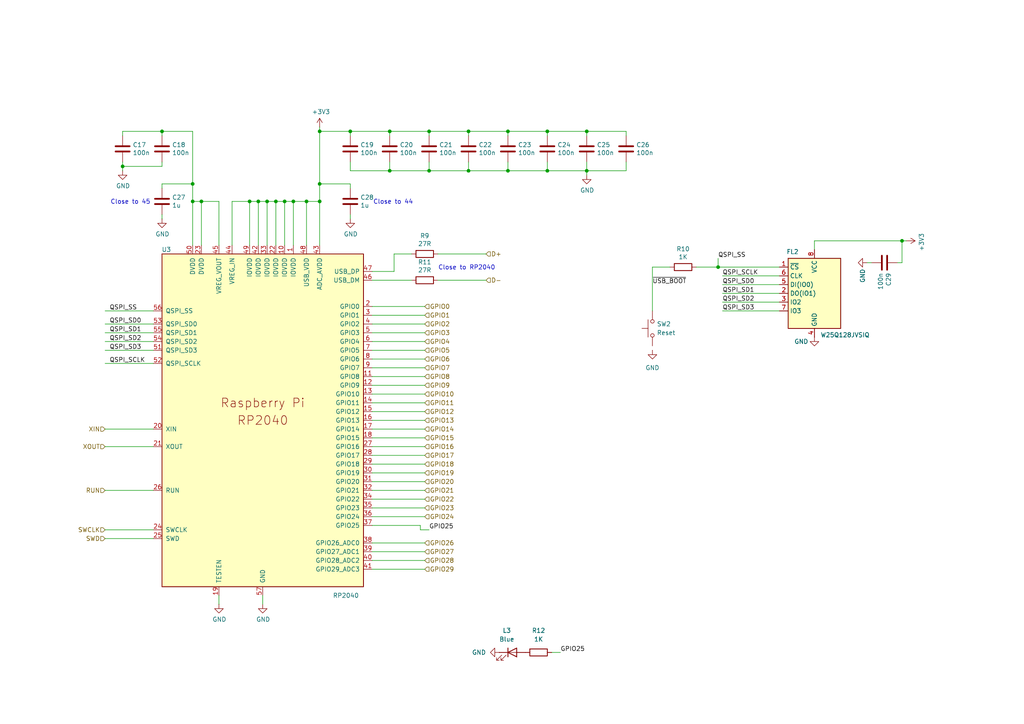
<source format=kicad_sch>
(kicad_sch (version 20231120) (generator "eeschema") (generator_version "8.0")
  (paper "A4")
  (title_block (title "FRANK M1") (date "2025-02-03") (rev "1.0") (company "Mikhail Matveev") (comment 1 "https://github.com/xtremespb/frank"))
  (lib_symbols
    (symbol "+3V3_1" (power) (pin_numbers hide) (pin_names (offset 0) hide)
      (property "Value" "+3V3" (at 0 3.556 0))
      (symbol "+3V3_1_0_1"
        (polyline (pts (xy -0.762 1.27) (xy 0 2.54)))
        (polyline (pts (xy 0 0) (xy 0 2.54)))
        (polyline (pts (xy 0 2.54) (xy 0.762 1.27)))
      )
      (symbol "+3V3_1_1_1"
        (pin power_in line (at 0 0 90) (length 0) (name "~") (number "1"))
      )
    )
    (symbol "Device:C" (pin_numbers hide) (pin_names (offset 0.254))
      (property "Reference" "C" (at 0.635 2.54 0))
      (property "Value" "C" (at 0.635 -2.54 0))
      (symbol "C_0_1"
        (polyline (pts (xy -2.032 -0.762) (xy 2.032 -0.762)) (stroke (width 0.508)))
        (polyline (pts (xy -2.032 0.762) (xy 2.032 0.762)) (stroke (width 0.508)))
      )
      (symbol "C_1_1"
        (pin passive line (at 0 3.81 270) (length 2.794) (name "~") (number "1"))
        (pin passive line (at 0 -3.81 90) (length 2.794) (name "~") (number "2"))
      )
    )
    (symbol "Device:LED" (pin_numbers hide) (pin_names (offset 1.016) hide)
      (property "Reference" "D" (at 0 2.54 0))
      (property "Value" "LED" (at 0 -2.54 0))
      (symbol "LED_0_1"
        (polyline (pts (xy -1.27 -1.27) (xy -1.27 1.27)) (stroke (width 0.254)))
        (polyline (pts (xy -1.27 0) (xy 1.27 0)))
        (polyline (pts (xy 1.27 -1.27) (xy 1.27 1.27) (xy -1.27 0) (xy 1.27 -1.27)) (stroke (width 0.254)))
        (polyline (pts (xy -3.048 -0.762) (xy -4.572 -2.286) (xy -3.81 -2.286) (xy -4.572 -2.286) (xy -4.572 -1.524)))
        (polyline (pts (xy -1.778 -0.762) (xy -3.302 -2.286) (xy -2.54 -2.286) (xy -3.302 -2.286) (xy -3.302 -1.524)))
      )
      (symbol "LED_1_1"
        (pin passive line (at -3.81 0 0) (length 2.54) (name "K") (number "1"))
        (pin passive line (at 3.81 0 180) (length 2.54) (name "A") (number "2"))
      )
    )
    (symbol "Device:R" (pin_numbers hide) (pin_names (offset 0))
      (property "Reference" "R" (at 2.032 0 90))
      (property "Value" "R" (at 0 0 90))
      (symbol "R_0_1"
        (rectangle (start -1.016 -2.54) (end 1.016 2.54) (stroke (width 0.254)))
      )
      (symbol "R_1_1"
        (pin passive line (at 0 3.81 270) (length 1.27) (name "~") (number "1"))
        (pin passive line (at 0 -3.81 90) (length 1.27) (name "~") (number "2"))
      )
    )
    (symbol "FRANK:Flash_W25Q128JVS"
      (property "Reference" "FL1" (at -6.35 12.065 0))
      (property "Value" "W25Q128JVSIQ" (at 8.89 -12.065 0))
      (symbol "Flash_W25Q128JVS_0_1"
        (rectangle (start -7.62 10.16) (end 7.62 -10.16) (stroke (width 0.254)) (fill (type background)))
      )
      (symbol "Flash_W25Q128JVS_1_1"
        (pin input line (at -10.16 7.62 0) (length 2.54) (name "~{CS}") (number "1"))
        (pin bidirectional line (at -10.16 0 0) (length 2.54) (name "DO(IO1)") (number "2"))
        (pin bidirectional line (at -10.16 -2.54 0) (length 2.54) (name "IO2") (number "3"))
        (pin power_in line (at 0 -12.7 90) (length 2.54) (name "GND") (number "4"))
        (pin bidirectional line (at -10.16 2.54 0) (length 2.54) (name "DI(IO0)") (number "5"))
        (pin input line (at -10.16 5.08 0) (length 2.54) (name "CLK") (number "6"))
        (pin bidirectional line (at -10.16 -5.08 0) (length 2.54) (name "IO3") (number "7"))
        (pin power_in line (at 0 12.7 270) (length 2.54) (name "VCC") (number "8"))
      )
    )
    (symbol "FRANK:RP2040" (pin_names (offset 1.016))
      (property "Reference" "RP1" (at -27.94 49.53 0))
      (property "Value" "RP2040" (at 24.13 -50.8 0))
      (symbol "RP2040_0_0"
        (text "Raspberry Pi" (at 0 5.08 0) (effects (font (size 2.54 2.54))))
        (text "RP2040" (at 0 0 0) (effects (font (size 2.54 2.54))))
      )
      (symbol "RP2040_0_1"
        (rectangle (start 29.21 48.26) (end -29.21 -48.26) (stroke (width 0.254)) (fill (type background)))
      )
      (symbol "RP2040_1_1"
        (pin power_in line (at 8.89 50.8 270) (length 2.54) (name "IOVDD") (number "1"))
        (pin power_in line (at 6.35 50.8 270) (length 2.54) (name "IOVDD") (number "10"))
        (pin bidirectional line (at 31.75 12.7 180) (length 2.54) (name "GPIO8") (number "11"))
        (pin bidirectional line (at 31.75 10.16 180) (length 2.54) (name "GPIO9") (number "12"))
        (pin bidirectional line (at 31.75 7.62 180) (length 2.54) (name "GPIO10") (number "13"))
        (pin bidirectional line (at 31.75 5.08 180) (length 2.54) (name "GPIO11") (number "14"))
        (pin bidirectional line (at 31.75 2.54 180) (length 2.54) (name "GPIO12") (number "15"))
        (pin bidirectional line (at 31.75 0 180) (length 2.54) (name "GPIO13") (number "16"))
        (pin bidirectional line (at 31.75 -2.54 180) (length 2.54) (name "GPIO14") (number "17"))
        (pin bidirectional line (at 31.75 -5.08 180) (length 2.54) (name "GPIO15") (number "18"))
        (pin passive line (at -12.7 -50.8 90) (length 2.54) (name "TESTEN") (number "19"))
        (pin bidirectional line (at 31.75 33.02 180) (length 2.54) (name "GPIO0") (number "2"))
        (pin input line (at -31.75 -2.54 0) (length 2.54) (name "XIN") (number "20"))
        (pin passive line (at -31.75 -7.62 0) (length 2.54) (name "XOUT") (number "21"))
        (pin power_in line (at 3.81 50.8 270) (length 2.54) (name "IOVDD") (number "22"))
        (pin power_in line (at -17.78 50.8 270) (length 2.54) (name "DVDD") (number "23"))
        (pin output line (at -31.75 -31.75 0) (length 2.54) (name "SWCLK") (number "24"))
        (pin bidirectional line (at -31.75 -34.29 0) (length 2.54) (name "SWD") (number "25"))
        (pin input line (at -31.75 -20.32 0) (length 2.54) (name "RUN") (number "26"))
        (pin bidirectional line (at 31.75 -7.62 180) (length 2.54) (name "GPIO16") (number "27"))
        (pin bidirectional line (at 31.75 -10.16 180) (length 2.54) (name "GPIO17") (number "28"))
        (pin bidirectional line (at 31.75 -12.7 180) (length 2.54) (name "GPIO18") (number "29"))
        (pin bidirectional line (at 31.75 30.48 180) (length 2.54) (name "GPIO1") (number "3"))
        (pin bidirectional line (at 31.75 -15.24 180) (length 2.54) (name "GPIO19") (number "30"))
        (pin bidirectional line (at 31.75 -17.78 180) (length 2.54) (name "GPIO20") (number "31"))
        (pin bidirectional line (at 31.75 -20.32 180) (length 2.54) (name "GPIO21") (number "32"))
        (pin power_in line (at 1.27 50.8 270) (length 2.54) (name "IOVDD") (number "33"))
        (pin bidirectional line (at 31.75 -22.86 180) (length 2.54) (name "GPIO22") (number "34"))
        (pin bidirectional line (at 31.75 -25.4 180) (length 2.54) (name "GPIO23") (number "35"))
        (pin bidirectional line (at 31.75 -27.94 180) (length 2.54) (name "GPIO24") (number "36"))
        (pin bidirectional line (at 31.75 -30.48 180) (length 2.54) (name "GPIO25") (number "37"))
        (pin bidirectional line (at 31.75 -35.56 180) (length 2.54) (name "GPIO26_ADC0") (number "38"))
        (pin bidirectional line (at 31.75 -38.1 180) (length 2.54) (name "GPIO27_ADC1") (number "39"))
        (pin bidirectional line (at 31.75 27.94 180) (length 2.54) (name "GPIO2") (number "4"))
        (pin bidirectional line (at 31.75 -40.64 180) (length 2.54) (name "GPIO28_ADC2") (number "40"))
        (pin bidirectional line (at 31.75 -43.18 180) (length 2.54) (name "GPIO29_ADC3") (number "41"))
        (pin power_in line (at -1.27 50.8 270) (length 2.54) (name "IOVDD") (number "42"))
        (pin power_in line (at 16.51 50.8 270) (length 2.54) (name "ADC_AVDD") (number "43"))
        (pin power_in line (at -8.89 50.8 270) (length 2.54) (name "VREG_IN") (number "44"))
        (pin power_out line (at -12.7 50.8 270) (length 2.54) (name "VREG_VOUT") (number "45"))
        (pin bidirectional line (at 31.75 40.64 180) (length 2.54) (name "USB_DM") (number "46"))
        (pin bidirectional line (at 31.75 43.18 180) (length 2.54) (name "USB_DP") (number "47"))
        (pin power_in line (at 12.7 50.8 270) (length 2.54) (name "USB_VDD") (number "48"))
        (pin power_in line (at -3.81 50.8 270) (length 2.54) (name "IOVDD") (number "49"))
        (pin bidirectional line (at 31.75 25.4 180) (length 2.54) (name "GPIO3") (number "5"))
        (pin power_in line (at -20.32 50.8 270) (length 2.54) (name "DVDD") (number "50"))
        (pin bidirectional line (at -31.75 20.32 0) (length 2.54) (name "QSPI_SD3") (number "51"))
        (pin output line (at -31.75 16.51 0) (length 2.54) (name "QSPI_SCLK") (number "52"))
        (pin bidirectional line (at -31.75 27.94 0) (length 2.54) (name "QSPI_SD0") (number "53"))
        (pin bidirectional line (at -31.75 22.86 0) (length 2.54) (name "QSPI_SD2") (number "54"))
        (pin bidirectional line (at -31.75 25.4 0) (length 2.54) (name "QSPI_SD1") (number "55"))
        (pin bidirectional line (at -31.75 31.75 0) (length 2.54) (name "QSPI_SS") (number "56"))
        (pin power_in line (at 0 -50.8 90) (length 2.54) (name "GND") (number "57"))
        (pin bidirectional line (at 31.75 22.86 180) (length 2.54) (name "GPIO4") (number "6"))
        (pin bidirectional line (at 31.75 20.32 180) (length 2.54) (name "GPIO5") (number "7"))
        (pin bidirectional line (at 31.75 17.78 180) (length 2.54) (name "GPIO6") (number "8"))
        (pin bidirectional line (at 31.75 15.24 180) (length 2.54) (name "GPIO7") (number "9"))
      )
    )
    (symbol "GND_10" (power) (pin_numbers hide) (pin_names (offset 0) hide)
      (property "Value" "GND" (at 0 -3.81 0))
      (symbol "GND_10_0_1"
        (polyline (pts (xy 0 0) (xy 0 -1.27) (xy 1.27 -1.27) (xy 0 -2.54) (xy -1.27 -1.27) (xy 0 -1.27)))
      )
      (symbol "GND_10_1_1"
        (pin power_in line (at 0 0 270) (length 0) (name "~") (number "1"))
      )
    )
    (symbol "GND_2" (power) (pin_numbers hide) (pin_names (offset 0) hide)
      (property "Value" "GND" (at 0 -3.81 0))
      (symbol "GND_2_0_1"
        (polyline (pts (xy 0 0) (xy 0 -1.27) (xy 1.27 -1.27) (xy 0 -2.54) (xy -1.27 -1.27) (xy 0 -1.27)))
      )
      (symbol "GND_2_1_1"
        (pin power_in line (at 0 0 270) (length 0) (name "~") (number "1"))
      )
    )
    (symbol "GND_3" (power) (pin_numbers hide) (pin_names (offset 0) hide)
      (property "Value" "GND" (at 0 -3.81 0))
      (symbol "GND_3_0_1"
        (polyline (pts (xy 0 0) (xy 0 -1.27) (xy 1.27 -1.27) (xy 0 -2.54) (xy -1.27 -1.27) (xy 0 -1.27)))
      )
      (symbol "GND_3_1_1"
        (pin power_in line (at 0 0 270) (length 0) (name "~") (number "1"))
      )
    )
    (symbol "GND_4" (power) (pin_numbers hide) (pin_names (offset 0) hide)
      (property "Value" "GND" (at 0 -3.81 0))
      (symbol "GND_4_0_1"
        (polyline (pts (xy 0 0) (xy 0 -1.27) (xy 1.27 -1.27) (xy 0 -2.54) (xy -1.27 -1.27) (xy 0 -1.27)))
      )
      (symbol "GND_4_1_1"
        (pin power_in line (at 0 0 270) (length 0) (name "~") (number "1"))
      )
    )
    (symbol "GND_5" (power) (pin_numbers hide) (pin_names (offset 0) hide)
      (property "Value" "GND" (at 0 -3.81 0))
      (symbol "GND_5_0_1"
        (polyline (pts (xy 0 0) (xy 0 -1.27) (xy 1.27 -1.27) (xy 0 -2.54) (xy -1.27 -1.27) (xy 0 -1.27)))
      )
      (symbol "GND_5_1_1"
        (pin power_in line (at 0 0 270) (length 0) (name "~") (number "1"))
      )
    )
    (symbol "GND_6" (power) (pin_numbers hide) (pin_names (offset 0) hide)
      (property "Value" "GND" (at 0 -3.81 0))
      (symbol "GND_6_0_1"
        (polyline (pts (xy 0 0) (xy 0 -1.27) (xy 1.27 -1.27) (xy 0 -2.54) (xy -1.27 -1.27) (xy 0 -1.27)))
      )
      (symbol "GND_6_1_1"
        (pin power_in line (at 0 0 270) (length 0) (name "~") (number "1"))
      )
    )
    (symbol "GND_7" (power) (pin_numbers hide) (pin_names (offset 0) hide)
      (property "Value" "GND" (at 0 -3.81 0))
      (symbol "GND_7_0_1"
        (polyline (pts (xy 0 0) (xy 0 -1.27) (xy 1.27 -1.27) (xy 0 -2.54) (xy -1.27 -1.27) (xy 0 -1.27)))
      )
      (symbol "GND_7_1_1"
        (pin power_in line (at 0 0 270) (length 0) (name "~") (number "1"))
      )
    )
    (symbol "GND_8" (power) (pin_numbers hide) (pin_names (offset 0) hide)
      (property "Value" "GND" (at 0 -3.81 0))
      (symbol "GND_8_0_1"
        (polyline (pts (xy 0 0) (xy 0 -1.27) (xy 1.27 -1.27) (xy 0 -2.54) (xy -1.27 -1.27) (xy 0 -1.27)))
      )
      (symbol "GND_8_1_1"
        (pin power_in line (at 0 0 270) (length 0) (name "~") (number "1"))
      )
    )
    (symbol "GND_9" (power) (pin_numbers hide) (pin_names (offset 0) hide)
      (property "Value" "GND" (at 0 -3.81 0))
      (symbol "GND_9_0_1"
        (polyline (pts (xy 0 0) (xy 0 -1.27) (xy 1.27 -1.27) (xy 0 -2.54) (xy -1.27 -1.27) (xy 0 -1.27)))
      )
      (symbol "GND_9_1_1"
        (pin power_in line (at 0 0 270) (length 0) (name "~") (number "1"))
      )
    )
    (symbol "Switch:SW_Push" (pin_numbers hide) (pin_names (offset 1.016) hide)
      (property "Reference" "SW" (at 1.27 2.54 0))
      (property "Value" "SW_Push" (at 0 -1.524 0))
      (symbol "SW_Push_0_1"
        (circle (center -2.032 0) (radius 0.508))
        (polyline (pts (xy 0 1.27) (xy 0 3.048)))
        (polyline (pts (xy 2.54 1.27) (xy -2.54 1.27)))
        (circle (center 2.032 0) (radius 0.508))
        (pin passive line (at -5.08 0 0) (length 2.54) (name "1") (number "1"))
        (pin passive line (at 5.08 0 180) (length 2.54) (name "2") (number "2"))
      )
    )
    (symbol "power:+3V3" (power) (pin_numbers hide) (pin_names (offset 0) hide)
      (property "Value" "+3V3" (at 0 3.556 0))
      (symbol "+3V3_0_1"
        (polyline (pts (xy -0.762 1.27) (xy 0 2.54)))
        (polyline (pts (xy 0 0) (xy 0 2.54)))
        (polyline (pts (xy 0 2.54) (xy 0.762 1.27)))
      )
      (symbol "+3V3_1_1"
        (pin power_in line (at 0 0 90) (length 0) (name "~") (number "1"))
      )
    )
    (symbol "power:GND" (power) (pin_numbers hide) (pin_names (offset 0) hide)
      (property "Value" "GND" (at 0 -3.81 0))
      (symbol "GND_0_1"
        (polyline (pts (xy 0 0) (xy 0 -1.27) (xy 1.27 -1.27) (xy 0 -2.54) (xy -1.27 -1.27) (xy 0 -1.27)))
      )
      (symbol "GND_1_1"
        (pin power_in line (at 0 0 270) (length 0) (name "~") (number "1"))
      )
    )
  )
  (junction (at 58.42 58.42))
  (junction (at 113.03 49.53))
  (junction (at 88.9 58.42))
  (junction (at 101.6 38.1))
  (junction (at 158.75 49.53))
  (junction (at 72.39 58.42))
  (junction (at 170.18 38.1))
  (junction (at 82.55 58.42))
  (junction (at 92.71 53.34))
  (junction (at 170.18 49.53))
  (junction (at 35.56 48.26))
  (junction (at 147.32 49.53))
  (junction (at 80.01 58.42))
  (junction (at 135.89 38.1))
  (junction (at 55.88 53.34))
  (junction (at 113.03 38.1))
  (junction (at 46.99 38.1))
  (junction (at 208.28 77.47))
  (junction (at 135.89 49.53))
  (junction (at 92.71 38.1))
  (junction (at 85.09 58.42))
  (junction (at 74.93 58.42))
  (junction (at 158.75 38.1))
  (junction (at 124.46 38.1))
  (junction (at 92.71 58.42))
  (junction (at 55.88 58.42))
  (junction (at 77.47 58.42))
  (junction (at 261.62 69.85))
  (junction (at 124.46 49.53))
  (junction (at 147.32 38.1))
  (wire (pts (xy 58.42 58.42) (xy 55.88 58.42)))
  (wire (pts (xy 226.06 82.55) (xy 209.55 82.55)))
  (wire (pts (xy 127 73.66) (xy 140.97 73.66)))
  (wire (pts (xy 107.95 104.14) (xy 123.19 104.14)))
  (wire (pts (xy 121.92 152.4) (xy 107.95 152.4)))
  (wire (pts (xy 46.99 48.26) (xy 46.99 46.99)))
  (wire (pts (xy 170.18 46.99) (xy 170.18 49.53)))
  (wire (pts (xy 189.23 77.47) (xy 189.23 90.17)))
  (wire (pts (xy 114.3 73.66) (xy 114.3 78.74)))
  (wire (pts (xy 82.55 58.42) (xy 85.09 58.42)))
  (wire (pts (xy 158.75 39.37) (xy 158.75 38.1)))
  (wire (pts (xy 92.71 38.1) (xy 101.6 38.1)))
  (wire (pts (xy 101.6 46.99) (xy 101.6 49.53)))
  (wire (pts (xy 101.6 39.37) (xy 101.6 38.1)))
  (wire (pts (xy 67.31 58.42) (xy 72.39 58.42)))
  (wire (pts (xy 252.73 76.2) (xy 251.46 76.2)))
  (wire (pts (xy 181.61 39.37) (xy 181.61 38.1)))
  (wire (pts (xy 107.95 142.24) (xy 123.19 142.24)))
  (wire (pts (xy 107.95 160.02) (xy 123.19 160.02)))
  (wire (pts (xy 113.03 39.37) (xy 113.03 38.1)))
  (wire (pts (xy 260.35 76.2) (xy 261.62 76.2)))
  (wire (pts (xy 101.6 62.23) (xy 101.6 63.5)))
  (wire (pts (xy 80.01 58.42) (xy 82.55 58.42)))
  (wire (pts (xy 92.71 58.42) (xy 92.71 71.12)))
  (wire (pts (xy 63.5 71.12) (xy 63.5 58.42)))
  (wire (pts (xy 30.48 99.06) (xy 44.45 99.06)))
  (wire (pts (xy 107.95 165.1) (xy 123.19 165.1)))
  (wire (pts (xy 113.03 46.99) (xy 113.03 49.53)))
  (wire (pts (xy 236.22 69.85) (xy 261.62 69.85)))
  (wire (pts (xy 46.99 39.37) (xy 46.99 38.1)))
  (wire (pts (xy 208.28 77.47) (xy 226.06 77.47)))
  (wire (pts (xy 107.95 127) (xy 123.19 127)))
  (wire (pts (xy 189.23 77.47) (xy 194.31 77.47)))
  (wire (pts (xy 30.48 124.46) (xy 44.45 124.46)))
  (wire (pts (xy 107.95 96.52) (xy 123.19 96.52)))
  (wire (pts (xy 181.61 46.99) (xy 181.61 49.53)))
  (wire (pts (xy 46.99 62.23) (xy 46.99 63.5)))
  (wire (pts (xy 107.95 101.6) (xy 123.19 101.6)))
  (wire (pts (xy 46.99 54.61) (xy 46.99 53.34)))
  (wire (pts (xy 92.71 53.34) (xy 92.71 58.42)))
  (wire (pts (xy 92.71 38.1) (xy 92.71 53.34)))
  (wire (pts (xy 127 81.28) (xy 140.97 81.28)))
  (wire (pts (xy 101.6 54.61) (xy 101.6 53.34)))
  (wire (pts (xy 88.9 71.12) (xy 88.9 58.42)))
  (wire (pts (xy 158.75 46.99) (xy 158.75 49.53)))
  (wire (pts (xy 55.88 53.34) (xy 55.88 58.42)))
  (wire (pts (xy 44.45 129.54) (xy 30.48 129.54)))
  (wire (pts (xy 44.45 153.67) (xy 30.48 153.67)))
  (wire (pts (xy 107.95 124.46) (xy 123.19 124.46)))
  (wire (pts (xy 107.95 139.7) (xy 123.19 139.7)))
  (wire (pts (xy 147.32 49.53) (xy 135.89 49.53)))
  (wire (pts (xy 72.39 58.42) (xy 74.93 58.42)))
  (wire (pts (xy 226.06 90.17) (xy 209.55 90.17)))
  (wire (pts (xy 101.6 38.1) (xy 113.03 38.1)))
  (wire (pts (xy 209.55 80.01) (xy 226.06 80.01)))
  (wire (pts (xy 107.95 162.56) (xy 123.19 162.56)))
  (wire (pts (xy 67.31 71.12) (xy 67.31 58.42)))
  (wire (pts (xy 88.9 58.42) (xy 92.71 58.42)))
  (wire (pts (xy 46.99 53.34) (xy 55.88 53.34)))
  (wire (pts (xy 201.93 77.47) (xy 208.28 77.47)))
  (wire (pts (xy 35.56 46.99) (xy 35.56 48.26)))
  (wire (pts (xy 135.89 38.1) (xy 147.32 38.1)))
  (wire (pts (xy 107.95 99.06) (xy 123.19 99.06)))
  (wire (pts (xy 107.95 114.3) (xy 123.19 114.3)))
  (wire (pts (xy 147.32 38.1) (xy 158.75 38.1)))
  (wire (pts (xy 55.88 38.1) (xy 55.88 53.34)))
  (wire (pts (xy 226.06 85.09) (xy 209.55 85.09)))
  (wire (pts (xy 236.22 72.39) (xy 236.22 69.85)))
  (wire (pts (xy 170.18 38.1) (xy 181.61 38.1)))
  (wire (pts (xy 114.3 73.66) (xy 119.38 73.66)))
  (wire (pts (xy 30.48 101.6) (xy 44.45 101.6)))
  (wire (pts (xy 107.95 147.32) (xy 123.19 147.32)))
  (wire (pts (xy 107.95 129.54) (xy 123.19 129.54)))
  (wire (pts (xy 80.01 71.12) (xy 80.01 58.42)))
  (wire (pts (xy 147.32 46.99) (xy 147.32 49.53)))
  (wire (pts (xy 72.39 71.12) (xy 72.39 58.42)))
  (wire (pts (xy 30.48 93.98) (xy 44.45 93.98)))
  (wire (pts (xy 107.95 106.68) (xy 123.19 106.68)))
  (wire (pts (xy 158.75 38.1) (xy 170.18 38.1)))
  (wire (pts (xy 113.03 38.1) (xy 124.46 38.1)))
  (wire (pts (xy 63.5 172.72) (xy 63.5 175.26)))
  (wire (pts (xy 107.95 132.08) (xy 123.19 132.08)))
  (wire (pts (xy 160.02 189.23) (xy 162.56 189.23)))
  (wire (pts (xy 107.95 116.84) (xy 123.19 116.84)))
  (wire (pts (xy 107.95 78.74) (xy 114.3 78.74)))
  (wire (pts (xy 124.46 46.99) (xy 124.46 49.53)))
  (wire (pts (xy 262.89 69.85) (xy 261.62 69.85)))
  (wire (pts (xy 147.32 39.37) (xy 147.32 38.1)))
  (wire (pts (xy 107.95 81.28) (xy 119.38 81.28)))
  (wire (pts (xy 35.56 48.26) (xy 46.99 48.26)))
  (wire (pts (xy 124.46 39.37) (xy 124.46 38.1)))
  (wire (pts (xy 107.95 91.44) (xy 123.19 91.44)))
  (wire (pts (xy 158.75 49.53) (xy 147.32 49.53)))
  (wire (pts (xy 92.71 53.34) (xy 101.6 53.34)))
  (wire (pts (xy 170.18 49.53) (xy 181.61 49.53)))
  (wire (pts (xy 55.88 58.42) (xy 55.88 71.12)))
  (wire (pts (xy 44.45 142.24) (xy 30.48 142.24)))
  (wire (pts (xy 44.45 156.21) (xy 30.48 156.21)))
  (wire (pts (xy 170.18 39.37) (xy 170.18 38.1)))
  (wire (pts (xy 85.09 58.42) (xy 88.9 58.42)))
  (wire (pts (xy 121.92 153.67) (xy 124.46 153.67)))
  (wire (pts (xy 107.95 119.38) (xy 123.19 119.38)))
  (wire (pts (xy 135.89 46.99) (xy 135.89 49.53)))
  (wire (pts (xy 113.03 49.53) (xy 101.6 49.53)))
  (wire (pts (xy 63.5 58.42) (xy 58.42 58.42)))
  (wire (pts (xy 135.89 39.37) (xy 135.89 38.1)))
  (wire (pts (xy 226.06 87.63) (xy 209.55 87.63)))
  (wire (pts (xy 124.46 38.1) (xy 135.89 38.1)))
  (wire (pts (xy 107.95 93.98) (xy 123.19 93.98)))
  (wire (pts (xy 135.89 49.53) (xy 124.46 49.53)))
  (wire (pts (xy 92.71 36.83) (xy 92.71 38.1)))
  (wire (pts (xy 121.92 153.67) (xy 121.92 152.4)))
  (wire (pts (xy 107.95 121.92) (xy 123.19 121.92)))
  (wire (pts (xy 208.28 74.93) (xy 208.28 77.47)))
  (wire (pts (xy 124.46 49.53) (xy 113.03 49.53)))
  (wire (pts (xy 77.47 58.42) (xy 80.01 58.42)))
  (wire (pts (xy 46.99 38.1) (xy 55.88 38.1)))
  (wire (pts (xy 107.95 111.76) (xy 123.19 111.76)))
  (wire (pts (xy 30.48 96.52) (xy 44.45 96.52)))
  (wire (pts (xy 85.09 58.42) (xy 85.09 71.12)))
  (wire (pts (xy 107.95 137.16) (xy 123.19 137.16)))
  (wire (pts (xy 35.56 38.1) (xy 46.99 38.1)))
  (wire (pts (xy 35.56 39.37) (xy 35.56 38.1)))
  (wire (pts (xy 35.56 48.26) (xy 35.56 49.53)))
  (wire (pts (xy 158.75 49.53) (xy 170.18 49.53)))
  (wire (pts (xy 74.93 71.12) (xy 74.93 58.42)))
  (wire (pts (xy 76.2 172.72) (xy 76.2 175.26)))
  (wire (pts (xy 44.45 105.41) (xy 30.48 105.41)))
  (wire (pts (xy 74.93 58.42) (xy 77.47 58.42)))
  (wire (pts (xy 170.18 49.53) (xy 170.18 50.8)))
  (wire (pts (xy 44.45 90.17) (xy 30.48 90.17)))
  (wire (pts (xy 107.95 134.62) (xy 123.19 134.62)))
  (wire (pts (xy 107.95 109.22) (xy 123.19 109.22)))
  (wire (pts (xy 77.47 71.12) (xy 77.47 58.42)))
  (wire (pts (xy 58.42 71.12) (xy 58.42 58.42)))
  (wire (pts (xy 107.95 157.48) (xy 123.19 157.48)))
  (wire (pts (xy 107.95 149.86) (xy 123.19 149.86)))
  (wire (pts (xy 261.62 76.2) (xy 261.62 69.85)))
  (wire (pts (xy 107.95 88.9) (xy 123.19 88.9)))
  (wire (pts (xy 82.55 71.12) (xy 82.55 58.42)))
  (wire (pts (xy 107.95 144.78) (xy 123.19 144.78)))
  (text "Close to 44" (at 114.046 58.674 0) (effects (font (size 1.27 1.27))))
  (text "Close to RP2040" (at 135.382 77.724 0) (effects (font (size 1.27 1.27))))
  (text "Close to 45" (at 37.846 58.674 0) (effects (font (size 1.27 1.27))))
  (label "QSPI_SD2" (at 209.55 87.63 0))
  (label "QSPI_SCLK" (at 31.75 105.41 0))
  (label "QSPI_SD0" (at 31.75 93.98 0))
  (label "QSPI_SS" (at 208.28 74.93 0))
  (label "QSPI_SCLK" (at 209.55 80.01 0))
  (label "QSPI_SD1" (at 31.75 96.52 0))
  (label "QSPI_SD3" (at 31.75 101.6 0))
  (label "GPIO25" (at 162.56 189.23 0))
  (label "GPIO25" (at 124.46 153.67 0))
  (label "~{USB_BOOT}" (at 189.23 82.55 0))
  (label "QSPI_SD0" (at 209.55 82.55 0))
  (label "QSPI_SD1" (at 209.55 85.09 0))
  (label "QSPI_SD3" (at 209.55 90.17 0))
  (label "QSPI_SD2" (at 31.75 99.06 0))
  (label "QSPI_SS" (at 31.75 90.17 0))
  (hierarchical_label "GPIO18" (shape input) (at 123.19 134.62 0))
  (hierarchical_label "GPIO29" (shape input) (at 123.19 165.1 0))
  (hierarchical_label "GPIO3" (shape input) (at 123.19 96.52 0))
  (hierarchical_label "GPIO15" (shape input) (at 123.19 127 0))
  (hierarchical_label "GPIO21" (shape input) (at 123.19 142.24 0))
  (hierarchical_label "GPIO16" (shape input) (at 123.19 129.54 0))
  (hierarchical_label "GPIO1" (shape input) (at 123.19 91.44 0))
  (hierarchical_label "D-" (shape input) (at 140.97 81.28 0))
  (hierarchical_label "GPIO11" (shape input) (at 123.19 116.84 0))
  (hierarchical_label "GPIO27" (shape input) (at 123.19 160.02 0))
  (hierarchical_label "D+" (shape input) (at 140.97 73.66 0))
  (hierarchical_label "GPIO20" (shape input) (at 123.19 139.7 0))
  (hierarchical_label "GPIO14" (shape input) (at 123.19 124.46 0))
  (hierarchical_label "GPIO8" (shape input) (at 123.19 109.22 0))
  (hierarchical_label "GPIO26" (shape input) (at 123.19 157.48 0))
  (hierarchical_label "GPIO22" (shape input) (at 123.19 144.78 0))
  (hierarchical_label "GPIO4" (shape input) (at 123.19 99.06 0))
  (hierarchical_label "GPIO7" (shape input) (at 123.19 106.68 0))
  (hierarchical_label "GPIO10" (shape input) (at 123.19 114.3 0))
  (hierarchical_label "SWD" (shape input) (at 30.48 156.21 180))
  (hierarchical_label "GPIO28" (shape input) (at 123.19 162.56 0))
  (hierarchical_label "RUN" (shape input) (at 30.48 142.24 180))
  (hierarchical_label "GPIO23" (shape input) (at 123.19 147.32 0))
  (hierarchical_label "GPIO0" (shape input) (at 123.19 88.9 0))
  (hierarchical_label "GPIO5" (shape input) (at 123.19 101.6 0))
  (hierarchical_label "SWCLK" (shape input) (at 30.48 153.67 180))
  (hierarchical_label "GPIO13" (shape input) (at 123.19 121.92 0))
  (hierarchical_label "GPIO6" (shape input) (at 123.19 104.14 0))
  (hierarchical_label "XIN" (shape input) (at 30.48 124.46 180))
  (hierarchical_label "GPIO2" (shape input) (at 123.19 93.98 0))
  (hierarchical_label "GPIO17" (shape input) (at 123.19 132.08 0))
  (hierarchical_label "GPIO12" (shape input) (at 123.19 119.38 0))
  (hierarchical_label "GPIO9" (shape input) (at 123.19 111.76 0))
  (hierarchical_label "GPIO24" (shape input) (at 123.19 149.86 0))
  (hierarchical_label "XOUT" (shape input) (at 30.48 129.54 180))
  (hierarchical_label "GPIO19" (shape input) (at 123.19 137.16 0))
  (symbol (lib_id "Device:C") (at 46.99 43.18 0) (unit 1)
    (property "Reference" "C18" (at 49.911 42.0116 0) (effects (justify left)))
    (property "Value" "100n" (at 49.911 44.323 0) (effects (justify left)))
    (property "Footprint" "FRANK:Capacitor (0805)" (effects (hide yes)))
    (property "Datasheet" "https://eu.mouser.com/datasheet/2/447/KEM_C1075_X7R_HT_SMD-3316221.pdf" (effects (hide yes)))
    (property "AliExpress" "https://www.aliexpress.com/item/33008008276.html" (effects (hide yes)))
    (instances (project "frank_m1" (path "" (reference "C18") (unit 1)) (path "" (reference "C2") (unit 1))))
  )
  (symbol (lib_id "FRANK:RP2040") (at 76.2 121.92 0) (unit 1)
    (property "Reference" "U3" (at 48.26 72.39 0))
    (property "Value" "RP2040" (at 100.33 172.72 0))
    (property "Footprint" "FRANK:QFN 56" (effects (hide yes)))
    (property "Datasheet" "https://datasheets.raspberrypi.com/rp2040/rp2040-datasheet.pdf" (effects (hide yes)))
    (property "AliExpress" "https://www.aliexpress.com/item/1005007275652762.html" (effects (hide yes)))
    (instances (project "frank_m1" (path "" (reference "U3") (unit 1)) (path "" (reference "U1") (unit 1))))
  )
  (symbol (lib_id "Device:R") (at 156.21 189.23 90) (unit 1)
    (property "Reference" "R12" (at 156.21 182.88 90))
    (property "Value" "1K" (at 156.21 185.42 90))
    (property "Footprint" "FRANK:Resistor (0805)" (effects (hide yes)))
    (property "Datasheet" "https://www.vishay.com/docs/28952/mcs0402at-mct0603at-mcu0805at-mca1206at.pdf" (effects (hide yes)))
    (property "Description" "Resistor" (effects (hide yes)))
    (property "AliExpress" "https://www.aliexpress.com/item/1005005945735199.html" (effects (hide yes)))
    (instances (project "frank_m1" (path "" (reference "R12") (unit 1)) (path "" (reference "R4") (unit 1))))
  )
  (symbol (lib_name "+3V3_1") (lib_id "power:+3V3") (at 92.71 36.83 0) (unit 1)
    (property "Reference" "#PWR026" (effects (hide yes)))
    (property "Value" "+3V3" (at 93.091 32.4358 0))
    (property "Description" "Power symbol creates a global label with name \"+3V3\"" (effects (hide yes)))
    (instances (project "frank_m1" (path "" (reference "#PWR026") (unit 1)) (path "" (reference "#PWR01") (unit 1))))
  )
  (symbol (lib_id "FRANK:Flash_W25Q128JVS") (at 236.22 85.09 0) (unit 1)
    (property "Reference" "FL2" (at 229.87 73.025 0))
    (property "Value" "W25Q128JVSIQ" (at 245.11 97.155 0))
    (property "Footprint" "FRANK:SOIC-8" (effects (hide yes)))
    (property "Datasheet" "https://www.winbond.com/resource-files/w25q128jv_dtr%20revc%2003272018%20plus.pdf" (effects (hide yes)))
    (property "Description" "128Mb Serial Flash Memory, Standard/Dual/Quad SPI, SOIC-8" (effects (hide yes)))
    (property "AliExpress" "https://www.aliexpress.com/item/1005007820627233.html" (effects (hide yes)))
    (instances (project "frank_m1" (path "" (reference "FL2") (unit 1)) (path "" (reference "FL1") (unit 1))))
  )
  (symbol (lib_id "Device:C") (at 135.89 43.18 0) (unit 1)
    (property "Reference" "C22" (at 138.811 42.0116 0) (effects (justify left)))
    (property "Value" "100n" (at 138.811 44.323 0) (effects (justify left)))
    (property "Footprint" "FRANK:Capacitor (0805)" (effects (hide yes)))
    (property "Datasheet" "https://eu.mouser.com/datasheet/2/447/KEM_C1075_X7R_HT_SMD-3316221.pdf" (effects (hide yes)))
    (property "AliExpress" "https://www.aliexpress.com/item/33008008276.html" (effects (hide yes)))
    (instances (project "frank_m1" (path "" (reference "C22") (unit 1)) (path "" (reference "C6") (unit 1))))
  )
  (symbol (lib_name "GND_2") (lib_id "power:GND") (at 144.78 189.23 270) (unit 1)
    (property "Reference" "#PWR037" (effects (hide yes)))
    (property "Value" "GND" (at 140.97 189.2299 90) (effects (justify right)))
    (property "Description" "Power symbol creates a global label with name \"GND\" , ground" (effects (hide yes)))
    (instances (project "frank_m1" (path "" (reference "#PWR037") (unit 1)) (path "" (reference "#PWR012") (unit 1))))
  )
  (symbol (lib_id "power:GND") (at 189.23 101.6 0) (unit 1)
    (property "Reference" "#PWR09" (effects (hide yes)))
    (property "Value" "GND" (at 189.23 106.68 0))
    (property "Description" "Power symbol creates a global label with name \"GND\" , ground" (effects (hide yes)))
    (instances (project "" (path "" (reference "#PWR034") (unit 1)) (path "" (reference "#PWR09") (unit 1))))
  )
  (symbol (lib_id "Device:R") (at 123.19 81.28 270) (unit 1)
    (property "Reference" "R11" (at 123.19 76.0222 90))
    (property "Value" "27R" (at 123.19 78.3336 90))
    (property "Footprint" "FRANK:Resistor (0805)" (effects (hide yes)))
    (property "Datasheet" "https://www.vishay.com/docs/28952/mcs0402at-mct0603at-mcu0805at-mca1206at.pdf" (effects (hide yes)))
    (property "AliExpress" "https://www.aliexpress.com/item/1005005945735199.html" (effects (hide yes)))
    (instances (project "frank_m1" (path "" (reference "R11") (unit 1)) (path "" (reference "R3") (unit 1))))
  )
  (symbol (lib_id "Device:R") (at 123.19 73.66 270) (unit 1)
    (property "Reference" "R9" (at 123.19 68.4022 90))
    (property "Value" "27R" (at 123.19 70.7136 90))
    (property "Footprint" "FRANK:Resistor (0805)" (effects (hide yes)))
    (property "Datasheet" "https://www.vishay.com/docs/28952/mcs0402at-mct0603at-mcu0805at-mca1206at.pdf" (effects (hide yes)))
    (property "AliExpress" "https://www.aliexpress.com/item/1005005945735199.html" (effects (hide yes)))
    (instances (project "frank_m1" (path "" (reference "R9") (unit 1)) (path "" (reference "R1") (unit 1))))
  )
  (symbol (lib_name "GND_4") (lib_id "power:GND") (at 46.99 63.5 0) (unit 1)
    (property "Reference" "#PWR029" (effects (hide yes)))
    (property "Value" "GND" (at 47.117 67.8942 0))
    (property "Description" "Power symbol creates a global label with name \"GND\" , ground" (effects (hide yes)))
    (instances (project "frank_m1" (path "" (reference "#PWR029") (unit 1)) (path "" (reference "#PWR04") (unit 1))))
  )
  (symbol (lib_id "power:+3V3") (at 262.89 69.85 270) (unit 1)
    (property "Reference" "#PWR031" (effects (hide yes)))
    (property "Value" "+3V3" (at 267.2842 70.231 0))
    (property "Description" "Power symbol creates a global label with name \"+3V3\"" (effects (hide yes)))
    (instances (project "frank_m1" (path "" (reference "#PWR031") (unit 1)) (path "" (reference "#PWR06") (unit 1))))
  )
  (symbol (lib_name "GND_6") (lib_id "power:GND") (at 76.2 175.26 0) (unit 1)
    (property "Reference" "#PWR036" (effects (hide yes)))
    (property "Value" "GND" (at 76.327 179.6542 0))
    (property "Description" "Power symbol creates a global label with name \"GND\" , ground" (effects (hide yes)))
    (instances (project "frank_m1" (path "" (reference "#PWR036") (unit 1)) (path "" (reference "#PWR011") (unit 1))))
  )
  (symbol (lib_id "Device:C") (at 35.56 43.18 0) (unit 1)
    (property "Reference" "C17" (at 38.481 42.0116 0) (effects (justify left)))
    (property "Value" "100n" (at 38.481 44.323 0) (effects (justify left)))
    (property "Footprint" "FRANK:Capacitor (0805)" (effects (hide yes)))
    (property "Datasheet" "https://eu.mouser.com/datasheet/2/447/KEM_C1075_X7R_HT_SMD-3316221.pdf" (effects (hide yes)))
    (property "AliExpress" "https://www.aliexpress.com/item/33008008276.html" (effects (hide yes)))
    (instances (project "frank_m1" (path "" (reference "C17") (unit 1)) (path "" (reference "C1") (unit 1))))
  )
  (symbol (lib_name "GND_10") (lib_id "power:GND") (at 236.22 97.79 0) (unit 1)
    (property "Reference" "#PWR033" (effects (hide yes)))
    (property "Value" "GND" (at 232.41 99.06 0))
    (property "Description" "Power symbol creates a global label with name \"GND\" , ground" (effects (hide yes)))
    (instances (project "frank_m1" (path "" (reference "#PWR033") (unit 1)) (path "" (reference "#PWR08") (unit 1))))
  )
  (symbol (lib_name "GND_3") (lib_id "power:GND") (at 35.56 49.53 0) (unit 1)
    (property "Reference" "#PWR027" (effects (hide yes)))
    (property "Value" "GND" (at 35.687 53.9242 0))
    (property "Description" "Power symbol creates a global label with name \"GND\" , ground" (effects (hide yes)))
    (instances (project "frank_m1" (path "" (reference "#PWR027") (unit 1)) (path "" (reference "#PWR02") (unit 1))))
  )
  (symbol (lib_id "Device:C") (at 101.6 43.18 0) (unit 1)
    (property "Reference" "C19" (at 104.521 42.0116 0) (effects (justify left)))
    (property "Value" "100n" (at 104.521 44.323 0) (effects (justify left)))
    (property "Footprint" "FRANK:Capacitor (0805)" (effects (hide yes)))
    (property "Datasheet" "https://eu.mouser.com/datasheet/2/447/KEM_C1075_X7R_HT_SMD-3316221.pdf" (effects (hide yes)))
    (property "AliExpress" "https://www.aliexpress.com/item/33008008276.html" (effects (hide yes)))
    (instances (project "frank_m1" (path "" (reference "C19") (unit 1)) (path "" (reference "C3") (unit 1))))
  )
  (symbol (lib_name "GND_9") (lib_id "power:GND") (at 251.46 76.2 270) (unit 1)
    (property "Reference" "#PWR032" (effects (hide yes)))
    (property "Value" "GND" (at 250.19 80.01 0))
    (property "Description" "Power symbol creates a global label with name \"GND\" , ground" (effects (hide yes)))
    (instances (project "frank_m1" (path "" (reference "#PWR032") (unit 1)) (path "" (reference "#PWR07") (unit 1))))
  )
  (symbol (lib_id "Device:C") (at 113.03 43.18 0) (unit 1)
    (property "Reference" "C20" (at 115.951 42.0116 0) (effects (justify left)))
    (property "Value" "100n" (at 115.951 44.323 0) (effects (justify left)))
    (property "Footprint" "FRANK:Capacitor (0805)" (effects (hide yes)))
    (property "Datasheet" "https://eu.mouser.com/datasheet/2/447/KEM_C1075_X7R_HT_SMD-3316221.pdf" (effects (hide yes)))
    (property "AliExpress" "https://www.aliexpress.com/item/33008008276.html" (effects (hide yes)))
    (instances (project "frank_m1" (path "" (reference "C20") (unit 1)) (path "" (reference "C4") (unit 1))))
  )
  (symbol (lib_id "Device:C") (at 101.6 58.42 0) (unit 1)
    (property "Reference" "C28" (at 104.521 57.2516 0) (effects (justify left)))
    (property "Value" "1u" (at 104.521 59.563 0) (effects (justify left)))
    (property "Footprint" "FRANK:Capacitor (0805)" (effects (hide yes)))
    (property "Datasheet" "https://eu.mouser.com/datasheet/2/40/KGM_X7R-3223212.pdf" (effects (hide yes)))
    (property "AliExpress" "https://www.aliexpress.com/item/33008008276.html" (effects (hide yes)))
    (instances (project "frank_m1" (path "" (reference "C28") (unit 1)) (path "" (reference "C12") (unit 1))))
  )
  (symbol (lib_id "Device:C") (at 256.54 76.2 270) (unit 1)
    (property "Reference" "C29" (at 257.7084 79.121 0) (effects (justify left)))
    (property "Value" "100n" (at 255.397 79.121 0) (effects (justify left)))
    (property "Footprint" "FRANK:Capacitor (0805)" (effects (hide yes)))
    (property "Datasheet" "https://eu.mouser.com/datasheet/2/447/KEM_C1075_X7R_HT_SMD-3316221.pdf" (effects (hide yes)))
    (property "AliExpress" "https://www.aliexpress.com/item/33008008276.html" (effects (hide yes)))
    (instances (project "frank_m1" (path "" (reference "C29") (unit 1)) (path "" (reference "C13") (unit 1))))
  )
  (symbol (lib_id "Device:C") (at 181.61 43.18 0) (unit 1)
    (property "Reference" "C26" (at 184.531 42.0116 0) (effects (justify left)))
    (property "Value" "100n" (at 184.531 44.323 0) (effects (justify left)))
    (property "Footprint" "FRANK:Capacitor (0805)" (effects (hide yes)))
    (property "Datasheet" "https://eu.mouser.com/datasheet/2/447/KEM_C1075_X7R_HT_SMD-3316221.pdf" (effects (hide yes)))
    (property "AliExpress" "https://www.aliexpress.com/item/33008008276.html" (effects (hide yes)))
    (instances (project "frank_m1" (path "" (reference "C26") (unit 1)) (path "" (reference "C10") (unit 1))))
  )
  (symbol (lib_id "Switch:SW_Push") (at 189.23 95.25 90) (unit 1)
    (property "Reference" "SW1" (at 190.5 93.9799 90) (effects (justify right)))
    (property "Value" "Reset" (at 190.5 96.5199 90) (effects (justify right)))
    (property "Footprint" "FRANK:Button (SMD, 3x3mm, 1-1)" (effects (hide yes)))
    (property "Description" "Push button switch, generic, two pins" (effects (hide yes)))
    (instances (project "" (path "" (reference "SW2") (unit 1)) (path "" (reference "SW1") (unit 1))))
  )
  (symbol (lib_id "Device:LED") (at 148.59 189.23 0) (unit 1)
    (property "Reference" "L3" (at 147.0025 182.88 0))
    (property "Value" "Blue" (at 147.0025 185.42 0))
    (property "Footprint" "FRANK:LED (0805)" (effects (hide yes)))
    (property "Datasheet" "https://www.we-online.com/components/products/datasheet/15408085BA400.pdf" (effects (hide yes)))
    (property "Description" "Light emitting diode" (effects (hide yes)))
    (property "AliExpress" "https://www.aliexpress.com/item/1005007252088951.html" (effects (hide yes)))
    (instances (project "frank_m1" (path "" (reference "L3") (unit 1)) (path "" (reference "L1") (unit 1))))
  )
  (symbol (lib_name "GND_8") (lib_id "power:GND") (at 170.18 50.8 0) (unit 1)
    (property "Reference" "#PWR028" (effects (hide yes)))
    (property "Value" "GND" (at 170.307 55.1942 0))
    (property "Description" "Power symbol creates a global label with name \"GND\" , ground" (effects (hide yes)))
    (instances (project "frank_m1" (path "" (reference "#PWR028") (unit 1)) (path "" (reference "#PWR03") (unit 1))))
  )
  (symbol (lib_id "Device:C") (at 46.99 58.42 0) (unit 1)
    (property "Reference" "C27" (at 49.911 57.2516 0) (effects (justify left)))
    (property "Value" "1u" (at 49.911 59.563 0) (effects (justify left)))
    (property "Footprint" "FRANK:Capacitor (0805)" (effects (hide yes)))
    (property "Datasheet" "https://eu.mouser.com/datasheet/2/40/KGM_X7R-3223212.pdf" (effects (hide yes)))
    (property "AliExpress" "https://www.aliexpress.com/item/33008008276.html" (effects (hide yes)))
    (instances (project "frank_m1" (path "" (reference "C27") (unit 1)) (path "" (reference "C11") (unit 1))))
  )
  (symbol (lib_id "Device:C") (at 124.46 43.18 0) (unit 1)
    (property "Reference" "C21" (at 127.381 42.0116 0) (effects (justify left)))
    (property "Value" "100n" (at 127.381 44.323 0) (effects (justify left)))
    (property "Footprint" "FRANK:Capacitor (0805)" (effects (hide yes)))
    (property "Datasheet" "https://eu.mouser.com/datasheet/2/447/KEM_C1075_X7R_HT_SMD-3316221.pdf" (effects (hide yes)))
    (property "AliExpress" "https://www.aliexpress.com/item/33008008276.html" (effects (hide yes)))
    (instances (project "frank_m1" (path "" (reference "C21") (unit 1)) (path "" (reference "C5") (unit 1))))
  )
  (symbol (lib_id "Device:C") (at 170.18 43.18 0) (unit 1)
    (property "Reference" "C25" (at 173.101 42.0116 0) (effects (justify left)))
    (property "Value" "100n" (at 173.101 44.323 0) (effects (justify left)))
    (property "Footprint" "FRANK:Capacitor (0805)" (effects (hide yes)))
    (property "Datasheet" "https://eu.mouser.com/datasheet/2/447/KEM_C1075_X7R_HT_SMD-3316221.pdf" (effects (hide yes)))
    (property "AliExpress" "https://www.aliexpress.com/item/33008008276.html" (effects (hide yes)))
    (instances (project "frank_m1" (path "" (reference "C25") (unit 1)) (path "" (reference "C9") (unit 1))))
  )
  (symbol (lib_id "Device:R") (at 198.12 77.47 270) (unit 1)
    (property "Reference" "R10" (at 198.12 72.2122 90))
    (property "Value" "1K" (at 198.12 74.5236 90))
    (property "Footprint" "FRANK:Resistor (0805)" (effects (hide yes)))
    (property "Datasheet" "https://www.vishay.com/docs/28952/mcs0402at-mct0603at-mcu0805at-mca1206at.pdf" (effects (hide yes)))
    (property "AliExpress" "https://www.aliexpress.com/item/1005005945735199.html" (effects (hide yes)))
    (instances (project "frank_m1" (path "" (reference "R10") (unit 1)) (path "" (reference "R2") (unit 1))))
  )
  (symbol (lib_name "GND_7") (lib_id "power:GND") (at 63.5 175.26 0) (unit 1)
    (property "Reference" "#PWR035" (effects (hide yes)))
    (property "Value" "GND" (at 63.627 179.6542 0))
    (property "Description" "Power symbol creates a global label with name \"GND\" , ground" (effects (hide yes)))
    (instances (project "frank_m1" (path "" (reference "#PWR035") (unit 1)) (path "" (reference "#PWR010") (unit 1))))
  )
  (symbol (lib_name "GND_5") (lib_id "power:GND") (at 101.6 63.5 0) (unit 1)
    (property "Reference" "#PWR030" (effects (hide yes)))
    (property "Value" "GND" (at 101.727 67.8942 0))
    (property "Description" "Power symbol creates a global label with name \"GND\" , ground" (effects (hide yes)))
    (instances (project "frank_m1" (path "" (reference "#PWR030") (unit 1)) (path "" (reference "#PWR05") (unit 1))))
  )
  (symbol (lib_id "Device:C") (at 147.32 43.18 0) (unit 1)
    (property "Reference" "C23" (at 150.241 42.0116 0) (effects (justify left)))
    (property "Value" "100n" (at 150.241 44.323 0) (effects (justify left)))
    (property "Footprint" "FRANK:Capacitor (0805)" (effects (hide yes)))
    (property "Datasheet" "https://eu.mouser.com/datasheet/2/447/KEM_C1075_X7R_HT_SMD-3316221.pdf" (effects (hide yes)))
    (property "AliExpress" "https://www.aliexpress.com/item/33008008276.html" (effects (hide yes)))
    (instances (project "frank_m1" (path "" (reference "C23") (unit 1)) (path "" (reference "C7") (unit 1))))
  )
  (symbol (lib_id "Device:C") (at 158.75 43.18 0) (unit 1)
    (property "Reference" "C24" (at 161.671 42.0116 0) (effects (justify left)))
    (property "Value" "100n" (at 161.671 44.323 0) (effects (justify left)))
    (property "Footprint" "FRANK:Capacitor (0805)" (effects (hide yes)))
    (property "Datasheet" "https://eu.mouser.com/datasheet/2/447/KEM_C1075_X7R_HT_SMD-3316221.pdf" (effects (hide yes)))
    (property "AliExpress" "https://www.aliexpress.com/item/33008008276.html" (effects (hide yes)))
    (instances (project "frank_m1" (path "" (reference "C24") (unit 1)) (path "" (reference "C8") (unit 1))))
  )
)
</source>
